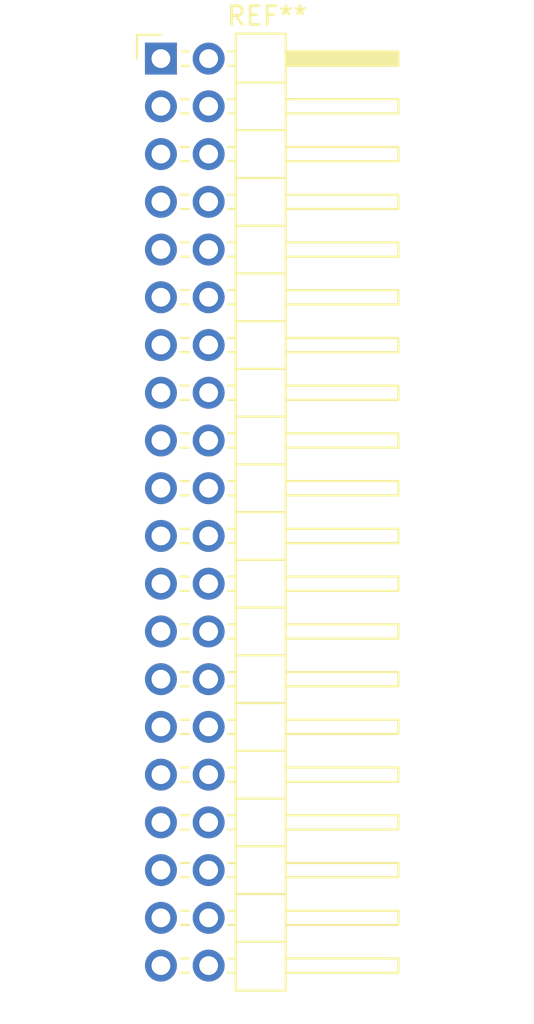
<source format=kicad_pcb>
(kicad_pcb (version 20240108) (generator "pcbnew") (generator_version "8.0")
  (layers (0 "F.Cu" signal) (31 "B.Cu" signal) (34 "B.Paste" user) (35 "F.Paste" user) (36 "B.SilkS" user "B.Silkscreen") (37 "F.SilkS" user "F.Silkscreen") (38 "B.Mask" user) (39 "F.Mask" user) (44 "Edge.Cuts" user))
  (net 0 "")
  (footprint "Connector_PinHeader_2.54mm:PinHeader_2x20_P2.54mm_Horizontal" (layer "F.Cu") (at 150.5 82.5)
    (property "Reference" "REF**" (at 5.655 -2.27 0) (layer "F.SilkS"))
    (property "Value" "PinHeader_2x20_P2.54mm_Horizontal")
    (fp_line (start -1.27 -1.27) (end 0 -1.27) (stroke (width 0.12)) (layer "F.SilkS"))
    (fp_line (start -1.27 0) (end -1.27 -1.27) (stroke (width 0.12)) (layer "F.SilkS"))
    (fp_line (start 1.042929 2.16) (end 1.497071 2.16) (stroke (width 0.12)) (layer "F.SilkS"))
    (fp_line (start 1.042929 2.92) (end 1.497071 2.92) (stroke (width 0.12)) (layer "F.SilkS"))
    (fp_line (start 1.042929 4.7) (end 1.497071 4.7) (stroke (width 0.12)) (layer "F.SilkS"))
    (fp_line (start 1.042929 5.46) (end 1.497071 5.46) (stroke (width 0.12)) (layer "F.SilkS"))
    (fp_line (start 1.042929 7.24) (end 1.497071 7.24) (stroke (width 0.12)) (layer "F.SilkS"))
    (fp_line (start 1.042929 8) (end 1.497071 8) (stroke (width 0.12)) (layer "F.SilkS"))
    (fp_line (start 1.042929 9.78) (end 1.497071 9.78) (stroke (width 0.12)) (layer "F.SilkS"))
    (fp_line (start 1.042929 10.54) (end 1.497071 10.54) (stroke (width 0.12)) (layer "F.SilkS"))
    (fp_line (start 1.042929 12.32) (end 1.497071 12.32) (stroke (width 0.12)) (layer "F.SilkS"))
    (fp_line (start 1.042929 13.08) (end 1.497071 13.08) (stroke (width 0.12)) (layer "F.SilkS"))
    (fp_line (start 1.042929 14.86) (end 1.497071 14.86) (stroke (width 0.12)) (layer "F.SilkS"))
    (fp_line (start 1.042929 15.62) (end 1.497071 15.62) (stroke (width 0.12)) (layer "F.SilkS"))
    (fp_line (start 1.042929 17.4) (end 1.497071 17.4) (stroke (width 0.12)) (layer "F.SilkS"))
    (fp_line (start 1.042929 18.16) (end 1.497071 18.16) (stroke (width 0.12)) (layer "F.SilkS"))
    (fp_line (start 1.042929 19.94) (end 1.497071 19.94) (stroke (width 0.12)) (layer "F.SilkS"))
    (fp_line (start 1.042929 20.7) (end 1.497071 20.7) (stroke (width 0.12)) (layer "F.SilkS"))
    (fp_line (start 1.042929 22.48) (end 1.497071 22.48) (stroke (width 0.12)) (layer "F.SilkS"))
    (fp_line (start 1.042929 23.24) (end 1.497071 23.24) (stroke (width 0.12)) (layer "F.SilkS"))
    (fp_line (start 1.042929 25.02) (end 1.497071 25.02) (stroke (width 0.12)) (layer "F.SilkS"))
    (fp_line (start 1.042929 25.78) (end 1.497071 25.78) (stroke (width 0.12)) (layer "F.SilkS"))
    (fp_line (start 1.042929 27.56) (end 1.497071 27.56) (stroke (width 0.12)) (layer "F.SilkS"))
    (fp_line (start 1.042929 28.32) (end 1.497071 28.32) (stroke (width 0.12)) (layer "F.SilkS"))
    (fp_line (start 1.042929 30.1) (end 1.497071 30.1) (stroke (width 0.12)) (layer "F.SilkS"))
    (fp_line (start 1.042929 30.86) (end 1.497071 30.86) (stroke (width 0.12)) (layer "F.SilkS"))
    (fp_line (start 1.042929 32.64) (end 1.497071 32.64) (stroke (width 0.12)) (layer "F.SilkS"))
    (fp_line (start 1.042929 33.4) (end 1.497071 33.4) (stroke (width 0.12)) (layer "F.SilkS"))
    (fp_line (start 1.042929 35.18) (end 1.497071 35.18) (stroke (width 0.12)) (layer "F.SilkS"))
    (fp_line (start 1.042929 35.94) (end 1.497071 35.94) (stroke (width 0.12)) (layer "F.SilkS"))
    (fp_line (start 1.042929 37.72) (end 1.497071 37.72) (stroke (width 0.12)) (layer "F.SilkS"))
    (fp_line (start 1.042929 38.48) (end 1.497071 38.48) (stroke (width 0.12)) (layer "F.SilkS"))
    (fp_line (start 1.042929 40.26) (end 1.497071 40.26) (stroke (width 0.12)) (layer "F.SilkS"))
    (fp_line (start 1.042929 41.02) (end 1.497071 41.02) (stroke (width 0.12)) (layer "F.SilkS"))
    (fp_line (start 1.042929 42.8) (end 1.497071 42.8) (stroke (width 0.12)) (layer "F.SilkS"))
    (fp_line (start 1.042929 43.56) (end 1.497071 43.56) (stroke (width 0.12)) (layer "F.SilkS"))
    (fp_line (start 1.042929 45.34) (end 1.497071 45.34) (stroke (width 0.12)) (layer "F.SilkS"))
    (fp_line (start 1.042929 46.1) (end 1.497071 46.1) (stroke (width 0.12)) (layer "F.SilkS"))
    (fp_line (start 1.042929 47.88) (end 1.497071 47.88) (stroke (width 0.12)) (layer "F.SilkS"))
    (fp_line (start 1.042929 48.64) (end 1.497071 48.64) (stroke (width 0.12)) (layer "F.SilkS"))
    (fp_line (start 1.11 -0.38) (end 1.497071 -0.38) (stroke (width 0.12)) (layer "F.SilkS"))
    (fp_line (start 1.11 0.38) (end 1.497071 0.38) (stroke (width 0.12)) (layer "F.SilkS"))
    (fp_line (start 3.582929 -0.38) (end 3.98 -0.38) (stroke (width 0.12)) (layer "F.SilkS"))
    (fp_line (start 3.582929 0.38) (end 3.98 0.38) (stroke (width 0.12)) (layer "F.SilkS"))
    (fp_line (start 3.582929 2.16) (end 3.98 2.16) (stroke (width 0.12)) (layer "F.SilkS"))
    (fp_line (start 3.582929 2.92) (end 3.98 2.92) (stroke (width 0.12)) (layer "F.SilkS"))
    (fp_line (start 3.582929 4.7) (end 3.98 4.7) (stroke (width 0.12)) (layer "F.SilkS"))
    (fp_line (start 3.582929 5.46) (end 3.98 5.46) (stroke (width 0.12)) (layer "F.SilkS"))
    (fp_line (start 3.582929 7.24) (end 3.98 7.24) (stroke (width 0.12)) (layer "F.SilkS"))
    (fp_line (start 3.582929 8) (end 3.98 8) (stroke (width 0.12)) (layer "F.SilkS"))
    (fp_line (start 3.582929 9.78) (end 3.98 9.78) (stroke (width 0.12)) (layer "F.SilkS"))
    (fp_line (start 3.582929 10.54) (end 3.98 10.54) (stroke (width 0.12)) (layer "F.SilkS"))
    (fp_line (start 3.582929 12.32) (end 3.98 12.32) (stroke (width 0.12)) (layer "F.SilkS"))
    (fp_line (start 3.582929 13.08) (end 3.98 13.08) (stroke (width 0.12)) (layer "F.SilkS"))
    (fp_line (start 3.582929 14.86) (end 3.98 14.86) (stroke (width 0.12)) (layer "F.SilkS"))
    (fp_line (start 3.582929 15.62) (end 3.98 15.62) (stroke (width 0.12)) (layer "F.SilkS"))
    (fp_line (start 3.582929 17.4) (end 3.98 17.4) (stroke (width 0.12)) (layer "F.SilkS"))
    (fp_line (start 3.582929 18.16) (end 3.98 18.16) (stroke (width 0.12)) (layer "F.SilkS"))
    (fp_line (start 3.582929 19.94) (end 3.98 19.94) (stroke (width 0.12)) (layer "F.SilkS"))
    (fp_line (start 3.582929 20.7) (end 3.98 20.7) (stroke (width 0.12)) (layer "F.SilkS"))
    (fp_line (start 3.582929 22.48) (end 3.98 22.48) (stroke (width 0.12)) (layer "F.SilkS"))
    (fp_line (start 3.582929 23.24) (end 3.98 23.24) (stroke (width 0.12)) (layer "F.SilkS"))
    (fp_line (start 3.582929 25.02) (end 3.98 25.02) (stroke (width 0.12)) (layer "F.SilkS"))
    (fp_line (start 3.582929 25.78) (end 3.98 25.78) (stroke (width 0.12)) (layer "F.SilkS"))
    (fp_line (start 3.582929 27.56) (end 3.98 27.56) (stroke (width 0.12)) (layer "F.SilkS"))
    (fp_line (start 3.582929 28.32) (end 3.98 28.32) (stroke (width 0.12)) (layer "F.SilkS"))
    (fp_line (start 3.582929 30.1) (end 3.98 30.1) (stroke (width 0.12)) (layer "F.SilkS"))
    (fp_line (start 3.582929 30.86) (end 3.98 30.86) (stroke (width 0.12)) (layer "F.SilkS"))
    (fp_line (start 3.582929 32.64) (end 3.98 32.64) (stroke (width 0.12)) (layer "F.SilkS"))
    (fp_line (start 3.582929 33.4) (end 3.98 33.4) (stroke (width 0.12)) (layer "F.SilkS"))
    (fp_line (start 3.582929 35.18) (end 3.98 35.18) (stroke (width 0.12)) (layer "F.SilkS"))
    (fp_line (start 3.582929 35.94) (end 3.98 35.94) (stroke (width 0.12)) (layer "F.SilkS"))
    (fp_line (start 3.582929 37.72) (end 3.98 37.72) (stroke (width 0.12)) (layer "F.SilkS"))
    (fp_line (start 3.582929 38.48) (end 3.98 38.48) (stroke (width 0.12)) (layer "F.SilkS"))
    (fp_line (start 3.582929 40.26) (end 3.98 40.26) (stroke (width 0.12)) (layer "F.SilkS"))
    (fp_line (start 3.582929 41.02) (end 3.98 41.02) (stroke (width 0.12)) (layer "F.SilkS"))
    (fp_line (start 3.582929 42.8) (end 3.98 42.8) (stroke (width 0.12)) (layer "F.SilkS"))
    (fp_line (start 3.582929 43.56) (end 3.98 43.56) (stroke (width 0.12)) (layer "F.SilkS"))
    (fp_line (start 3.582929 45.34) (end 3.98 45.34) (stroke (width 0.12)) (layer "F.SilkS"))
    (fp_line (start 3.582929 46.1) (end 3.98 46.1) (stroke (width 0.12)) (layer "F.SilkS"))
    (fp_line (start 3.582929 47.88) (end 3.98 47.88) (stroke (width 0.12)) (layer "F.SilkS"))
    (fp_line (start 3.582929 48.64) (end 3.98 48.64) (stroke (width 0.12)) (layer "F.SilkS"))
    (fp_line (start 3.98 -1.33) (end 3.98 49.59) (stroke (width 0.12)) (layer "F.SilkS"))
    (fp_line (start 3.98 1.27) (end 6.64 1.27) (stroke (width 0.12)) (layer "F.SilkS"))
    (fp_line (start 3.98 3.81) (end 6.64 3.81) (stroke (width 0.12)) (layer "F.SilkS"))
    (fp_line (start 3.98 6.35) (end 6.64 6.35) (stroke (width 0.12)) (layer "F.SilkS"))
    (fp_line (start 3.98 8.89) (end 6.64 8.89) (stroke (width 0.12)) (layer "F.SilkS"))
    (fp_line (start 3.98 11.43) (end 6.64 11.43) (stroke (width 0.12)) (layer "F.SilkS"))
    (fp_line (start 3.98 13.97) (end 6.64 13.97) (stroke (width 0.12)) (layer "F.SilkS"))
    (fp_line (start 3.98 16.51) (end 6.64 16.51) (stroke (width 0.12)) (layer "F.SilkS"))
    (fp_line (start 3.98 19.05) (end 6.64 19.05) (stroke (width 0.12)) (layer "F.SilkS"))
    (fp_line (start 3.98 21.59) (end 6.64 21.59) (stroke (width 0.12)) (layer "F.SilkS"))
    (fp_line (start 3.98 24.13) (end 6.64 24.13) (stroke (width 0.12)) (layer "F.SilkS"))
    (fp_line (start 3.98 26.67) (end 6.64 26.67) (stroke (width 0.12)) (layer "F.SilkS"))
    (fp_line (start 3.98 29.21) (end 6.64 29.21) (stroke (width 0.12)) (layer "F.SilkS"))
    (fp_line (start 3.98 31.75) (end 6.64 31.75) (stroke (width 0.12)) (layer "F.SilkS"))
    (fp_line (start 3.98 34.29) (end 6.64 34.29) (stroke (width 0.12)) (layer "F.SilkS"))
    (fp_line (start 3.98 36.83) (end 6.64 36.83) (stroke (width 0.12)) (layer "F.SilkS"))
    (fp_line (start 3.98 39.37) (end 6.64 39.37) (stroke (width 0.12)) (layer "F.SilkS"))
    (fp_line (start 3.98 41.91) (end 6.64 41.91) (stroke (width 0.12)) (layer "F.SilkS"))
    (fp_line (start 3.98 44.45) (end 6.64 44.45) (stroke (width 0.12)) (layer "F.SilkS"))
    (fp_line (start 3.98 46.99) (end 6.64 46.99) (stroke (width 0.12)) (layer "F.SilkS"))
    (fp_line (start 3.98 49.59) (end 6.64 49.59) (stroke (width 0.12)) (layer "F.SilkS"))
    (fp_line (start 6.64 -1.33) (end 3.98 -1.33) (stroke (width 0.12)) (layer "F.SilkS"))
    (fp_line (start 6.64 -0.38) (end 12.64 -0.38) (stroke (width 0.12)) (layer "F.SilkS"))
    (fp_line (start 6.64 -0.32) (end 12.64 -0.32) (stroke (width 0.12)) (layer "F.SilkS"))
    (fp_line (start 6.64 -0.2) (end 12.64 -0.2) (stroke (width 0.12)) (layer "F.SilkS"))
    (fp_line (start 6.64 -0.08) (end 12.64 -0.08) (stroke (width 0.12)) (layer "F.SilkS"))
    (fp_line (start 6.64 0.04) (end 12.64 0.04) (stroke (width 0.12)) (layer "F.SilkS"))
    (fp_line (start 6.64 0.16) (end 12.64 0.16) (stroke (width 0.12)) (layer "F.SilkS"))
    (fp_line (start 6.64 0.28) (end 12.64 0.28) (stroke (width 0.12)) (layer "F.SilkS"))
    (fp_line (start 6.64 2.16) (end 12.64 2.16) (stroke (width 0.12)) (layer "F.SilkS"))
    (fp_line (start 6.64 4.7) (end 12.64 4.7) (stroke (width 0.12)) (layer "F.SilkS"))
    (fp_line (start 6.64 7.24) (end 12.64 7.24) (stroke (width 0.12)) (layer "F.SilkS"))
    (fp_line (start 6.64 9.78) (end 12.64 9.78) (stroke (width 0.12)) (layer "F.SilkS"))
    (fp_line (start 6.64 12.32) (end 12.64 12.32) (stroke (width 0.12)) (layer "F.SilkS"))
    (fp_line (start 6.64 14.86) (end 12.64 14.86) (stroke (width 0.12)) (layer "F.SilkS"))
    (fp_line (start 6.64 17.4) (end 12.64 17.4) (stroke (width 0.12)) (layer "F.SilkS"))
    (fp_line (start 6.64 19.94) (end 12.64 19.94) (stroke (width 0.12)) (layer "F.SilkS"))
    (fp_line (start 6.64 22.48) (end 12.64 22.48) (stroke (width 0.12)) (layer "F.SilkS"))
    (fp_line (start 6.64 25.02) (end 12.64 25.02) (stroke (width 0.12)) (layer "F.SilkS"))
    (fp_line (start 6.64 27.56) (end 12.64 27.56) (stroke (width 0.12)) (layer "F.SilkS"))
    (fp_line (start 6.64 30.1) (end 12.64 30.1) (stroke (width 0.12)) (layer "F.SilkS"))
    (fp_line (start 6.64 32.64) (end 12.64 32.64) (stroke (width 0.12)) (layer "F.SilkS"))
    (fp_line (start 6.64 35.18) (end 12.64 35.18) (stroke (width 0.12)) (layer "F.SilkS"))
    (fp_line (start 6.64 37.72) (end 12.64 37.72) (stroke (width 0.12)) (layer "F.SilkS"))
    (fp_line (start 6.64 40.26) (end 12.64 40.26) (stroke (width 0.12)) (layer "F.SilkS"))
    (fp_line (start 6.64 42.8) (end 12.64 42.8) (stroke (width 0.12)) (layer "F.SilkS"))
    (fp_line (start 6.64 45.34) (end 12.64 45.34) (stroke (width 0.12)) (layer "F.SilkS"))
    (fp_line (start 6.64 47.88) (end 12.64 47.88) (stroke (width 0.12)) (layer "F.SilkS"))
    (fp_line (start 6.64 49.59) (end 6.64 -1.33) (stroke (width 0.12)) (layer "F.SilkS"))
    (fp_line (start 12.64 -0.38) (end 12.64 0.38) (stroke (width 0.12)) (layer "F.SilkS"))
    (fp_line (start 12.64 0.38) (end 6.64 0.38) (stroke (width 0.12)) (layer "F.SilkS"))
    (fp_line (start 12.64 2.16) (end 12.64 2.92) (stroke (width 0.12)) (layer "F.SilkS"))
    (fp_line (start 12.64 2.92) (end 6.64 2.92) (stroke (width 0.12)) (layer "F.SilkS"))
    (fp_line (start 12.64 4.7) (end 12.64 5.46) (stroke (width 0.12)) (layer "F.SilkS"))
    (fp_line (start 12.64 5.46) (end 6.64 5.46) (stroke (width 0.12)) (layer "F.SilkS"))
    (fp_line (start 12.64 7.24) (end 12.64 8) (stroke (width 0.12)) (layer "F.SilkS"))
    (fp_line (start 12.64 8) (end 6.64 8) (stroke (width 0.12)) (layer "F.SilkS"))
    (fp_line (start 12.64 9.78) (end 12.64 10.54) (stroke (width 0.12)) (layer "F.SilkS"))
    (fp_line (start 12.64 10.54) (end 6.64 10.54) (stroke (width 0.12)) (layer "F.SilkS"))
    (fp_line (start 12.64 12.32) (end 12.64 13.08) (stroke (width 0.12)) (layer "F.SilkS"))
    (fp_line (start 12.64 13.08) (end 6.64 13.08) (stroke (width 0.12)) (layer "F.SilkS"))
    (fp_line (start 12.64 14.86) (end 12.64 15.62) (stroke (width 0.12)) (layer "F.SilkS"))
    (fp_line (start 12.64 15.62) (end 6.64 15.62) (stroke (width 0.12)) (layer "F.SilkS"))
    (fp_line (start 12.64 17.4) (end 12.64 18.16) (stroke (width 0.12)) (layer "F.SilkS"))
    (fp_line (start 12.64 18.16) (end 6.64 18.16) (stroke (width 0.12)) (layer "F.SilkS"))
    (fp_line (start 12.64 19.94) (end 12.64 20.7) (stroke (width 0.12)) (layer "F.SilkS"))
    (fp_line (start 12.64 20.7) (end 6.64 20.7) (stroke (width 0.12)) (layer "F.SilkS"))
    (fp_line (start 12.64 22.48) (end 12.64 23.24) (stroke (width 0.12)) (layer "F.SilkS"))
    (fp_line (start 12.64 23.24) (end 6.64 23.24) (stroke (width 0.12)) (layer "F.SilkS"))
    (fp_line (start 12.64 25.02) (end 12.64 25.78) (stroke (width 0.12)) (layer "F.SilkS"))
    (fp_line (start 12.64 25.78) (end 6.64 25.78) (stroke (width 0.12)) (layer "F.SilkS"))
    (fp_line (start 12.64 27.56) (end 12.64 28.32) (stroke (width 0.12)) (layer "F.SilkS"))
    (fp_line (start 12.64 28.32) (end 6.64 28.32) (stroke (width 0.12)) (layer "F.SilkS"))
    (fp_line (start 12.64 30.1) (end 12.64 30.86) (stroke (width 0.12)) (layer "F.SilkS"))
    (fp_line (start 12.64 30.86) (end 6.64 30.86) (stroke (width 0.12)) (layer "F.SilkS"))
    (fp_line (start 12.64 32.64) (end 12.64 33.4) (stroke (width 0.12)) (layer "F.SilkS"))
    (fp_line (start 12.64 33.4) (end 6.64 33.4) (stroke (width 0.12)) (layer "F.SilkS"))
    (fp_line (start 12.64 35.18) (end 12.64 35.94) (stroke (width 0.12)) (layer "F.SilkS"))
    (fp_line (start 12.64 35.94) (end 6.64 35.94) (stroke (width 0.12)) (layer "F.SilkS"))
    (fp_line (start 12.64 37.72) (end 12.64 38.48) (stroke (width 0.12)) (layer "F.SilkS"))
    (fp_line (start 12.64 38.48) (end 6.64 38.48) (stroke (width 0.12)) (layer "F.SilkS"))
    (fp_line (start 12.64 40.26) (end 12.64 41.02) (stroke (width 0.12)) (layer "F.SilkS"))
    (fp_line (start 12.64 41.02) (end 6.64 41.02) (stroke (width 0.12)) (layer "F.SilkS"))
    (fp_line (start 12.64 42.8) (end 12.64 43.56) (stroke (width 0.12)) (layer "F.SilkS"))
    (fp_line (start 12.64 43.56) (end 6.64 43.56) (stroke (width 0.12)) (layer "F.SilkS"))
    (fp_line (start 12.64 45.34) (end 12.64 46.1) (stroke (width 0.12)) (layer "F.SilkS"))
    (fp_line (start 12.64 46.1) (end 6.64 46.1) (stroke (width 0.12)) (layer "F.SilkS"))
    (fp_line (start 12.64 47.88) (end 12.64 48.64) (stroke (width 0.12)) (layer "F.SilkS"))
    (fp_line (start 12.64 48.64) (end 6.64 48.64) (stroke (width 0.12)) (layer "F.SilkS"))
    (pad "1" thru_hole rect (at 0 0) (size 1.7 1.7) (drill 1) (layers "*.Cu" "*.Mask"))
    (pad "2" thru_hole oval (at 2.54 0) (size 1.7 1.7) (drill 1) (layers "*.Cu" "*.Mask"))
    (pad "3" thru_hole oval (at 0 2.54) (size 1.7 1.7) (drill 1) (layers "*.Cu" "*.Mask"))
    (pad "4" thru_hole oval (at 2.54 2.54) (size 1.7 1.7) (drill 1) (layers "*.Cu" "*.Mask"))
    (pad "5" thru_hole oval (at 0 5.08) (size 1.7 1.7) (drill 1) (layers "*.Cu" "*.Mask"))
    (pad "6" thru_hole oval (at 2.54 5.08) (size 1.7 1.7) (drill 1) (layers "*.Cu" "*.Mask"))
    (pad "7" thru_hole oval (at 0 7.62) (size 1.7 1.7) (drill 1) (layers "*.Cu" "*.Mask"))
    (pad "8" thru_hole oval (at 2.54 7.62) (size 1.7 1.7) (drill 1) (layers "*.Cu" "*.Mask"))
    (pad "9" thru_hole oval (at 0 10.16) (size 1.7 1.7) (drill 1) (layers "*.Cu" "*.Mask"))
    (pad "10" thru_hole oval (at 2.54 10.16) (size 1.7 1.7) (drill 1) (layers "*.Cu" "*.Mask"))
    (pad "11" thru_hole oval (at 0 12.7) (size 1.7 1.7) (drill 1) (layers "*.Cu" "*.Mask"))
    (pad "12" thru_hole oval (at 2.54 12.7) (size 1.7 1.7) (drill 1) (layers "*.Cu" "*.Mask"))
    (pad "13" thru_hole oval (at 0 15.24) (size 1.7 1.7) (drill 1) (layers "*.Cu" "*.Mask"))
    (pad "14" thru_hole oval (at 2.54 15.24) (size 1.7 1.7) (drill 1) (layers "*.Cu" "*.Mask"))
    (pad "15" thru_hole oval (at 0 17.78) (size 1.7 1.7) (drill 1) (layers "*.Cu" "*.Mask"))
    (pad "16" thru_hole oval (at 2.54 17.78) (size 1.7 1.7) (drill 1) (layers "*.Cu" "*.Mask"))
    (pad "17" thru_hole oval (at 0 20.32) (size 1.7 1.7) (drill 1) (layers "*.Cu" "*.Mask"))
    (pad "18" thru_hole oval (at 2.54 20.32) (size 1.7 1.7) (drill 1) (layers "*.Cu" "*.Mask"))
    (pad "19" thru_hole oval (at 0 22.86) (size 1.7 1.7) (drill 1) (layers "*.Cu" "*.Mask"))
    (pad "20" thru_hole oval (at 2.54 22.86) (size 1.7 1.7) (drill 1) (layers "*.Cu" "*.Mask"))
    (pad "21" thru_hole oval (at 0 25.4) (size 1.7 1.7) (drill 1) (layers "*.Cu" "*.Mask"))
    (pad "22" thru_hole oval (at 2.54 25.4) (size 1.7 1.7) (drill 1) (layers "*.Cu" "*.Mask"))
    (pad "23" thru_hole oval (at 0 27.94) (size 1.7 1.7) (drill 1) (layers "*.Cu" "*.Mask"))
    (pad "24" thru_hole oval (at 2.54 27.94) (size 1.7 1.7) (drill 1) (layers "*.Cu" "*.Mask"))
    (pad "25" thru_hole oval (at 0 30.48) (size 1.7 1.7) (drill 1) (layers "*.Cu" "*.Mask"))
    (pad "26" thru_hole oval (at 2.54 30.48) (size 1.7 1.7) (drill 1) (layers "*.Cu" "*.Mask"))
    (pad "27" thru_hole oval (at 0 33.02) (size 1.7 1.7) (drill 1) (layers "*.Cu" "*.Mask"))
    (pad "28" thru_hole oval (at 2.54 33.02) (size 1.7 1.7) (drill 1) (layers "*.Cu" "*.Mask"))
    (pad "29" thru_hole oval (at 0 35.56) (size 1.7 1.7) (drill 1) (layers "*.Cu" "*.Mask"))
    (pad "30" thru_hole oval (at 2.54 35.56) (size 1.7 1.7) (drill 1) (layers "*.Cu" "*.Mask"))
    (pad "31" thru_hole oval (at 0 38.1) (size 1.7 1.7) (drill 1) (layers "*.Cu" "*.Mask"))
    (pad "32" thru_hole oval (at 2.54 38.1) (size 1.7 1.7) (drill 1) (layers "*.Cu" "*.Mask"))
    (pad "33" thru_hole oval (at 0 40.64) (size 1.7 1.7) (drill 1) (layers "*.Cu" "*.Mask"))
    (pad "34" thru_hole oval (at 2.54 40.64) (size 1.7 1.7) (drill 1) (layers "*.Cu" "*.Mask"))
    (pad "35" thru_hole oval (at 0 43.18) (size 1.7 1.7) (drill 1) (layers "*.Cu" "*.Mask"))
    (pad "36" thru_hole oval (at 2.54 43.18) (size 1.7 1.7) (drill 1) (layers "*.Cu" "*.Mask"))
    (pad "37" thru_hole oval (at 0 45.72) (size 1.7 1.7) (drill 1) (layers "*.Cu" "*.Mask"))
    (pad "38" thru_hole oval (at 2.54 45.72) (size 1.7 1.7) (drill 1) (layers "*.Cu" "*.Mask"))
    (pad "39" thru_hole oval (at 0 48.26) (size 1.7 1.7) (drill 1) (layers "*.Cu" "*.Mask"))
    (pad "40" thru_hole oval (at 2.54 48.26) (size 1.7 1.7) (drill 1) (layers "*.Cu" "*.Mask"))
  )
)
</source>
